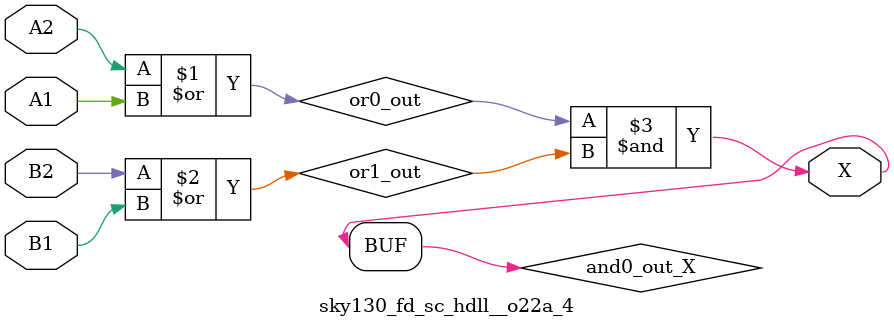
<source format=v>
/*
 * Copyright 2020 The SkyWater PDK Authors
 *
 * Licensed under the Apache License, Version 2.0 (the "License");
 * you may not use this file except in compliance with the License.
 * You may obtain a copy of the License at
 *
 *     https://www.apache.org/licenses/LICENSE-2.0
 *
 * Unless required by applicable law or agreed to in writing, software
 * distributed under the License is distributed on an "AS IS" BASIS,
 * WITHOUT WARRANTIES OR CONDITIONS OF ANY KIND, either express or implied.
 * See the License for the specific language governing permissions and
 * limitations under the License.
 *
 * SPDX-License-Identifier: Apache-2.0
*/


`ifndef SKY130_FD_SC_HDLL__O22A_4_FUNCTIONAL_V
`define SKY130_FD_SC_HDLL__O22A_4_FUNCTIONAL_V

/**
 * o22a: 2-input OR into both inputs of 2-input AND.
 *
 *       X = ((A1 | A2) & (B1 | B2))
 *
 * Verilog simulation functional model.
 */

`timescale 1ns / 1ps
`default_nettype none

`celldefine
module sky130_fd_sc_hdll__o22a_4 (
    X ,
    A1,
    A2,
    B1,
    B2
);

    // Module ports
    output X ;
    input  A1;
    input  A2;
    input  B1;
    input  B2;

    // Local signals
    wire or0_out   ;
    wire or1_out   ;
    wire and0_out_X;

    //  Name  Output      Other arguments
    or  or0  (or0_out   , A2, A1          );
    or  or1  (or1_out   , B2, B1          );
    and and0 (and0_out_X, or0_out, or1_out);
    buf buf0 (X         , and0_out_X      );

endmodule
`endcelldefine

`default_nettype wire
`endif  // SKY130_FD_SC_HDLL__O22A_4_FUNCTIONAL_V

</source>
